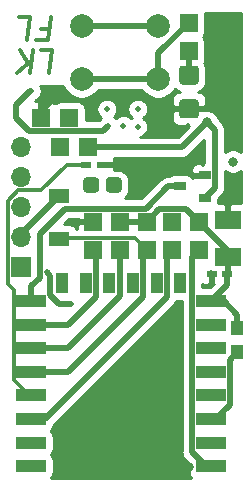
<source format=gbr>
G04 #@! TF.GenerationSoftware,KiCad,Pcbnew,(5.1.9)-1*
G04 #@! TF.CreationDate,2021-03-01T14:17:27+01:00*
G04 #@! TF.ProjectId,button timer v1.2.3_Coin_Cell[TPL5111],62757474-6f6e-4207-9469-6d6572207631,rev?*
G04 #@! TF.SameCoordinates,Original*
G04 #@! TF.FileFunction,Copper,L1,Top*
G04 #@! TF.FilePolarity,Positive*
%FSLAX46Y46*%
G04 Gerber Fmt 4.6, Leading zero omitted, Abs format (unit mm)*
G04 Created by KiCad (PCBNEW (5.1.9)-1) date 2021-03-01 14:17:27*
%MOMM*%
%LPD*%
G01*
G04 APERTURE LIST*
G04 #@! TA.AperFunction,NonConductor*
%ADD10C,0.300000*%
G04 #@! TD*
G04 #@! TA.AperFunction,SMDPad,CuDef*
%ADD11R,2.500000X1.000000*%
G04 #@! TD*
G04 #@! TA.AperFunction,SMDPad,CuDef*
%ADD12R,1.000000X1.800000*%
G04 #@! TD*
G04 #@! TA.AperFunction,SMDPad,CuDef*
%ADD13R,1.000000X0.800000*%
G04 #@! TD*
G04 #@! TA.AperFunction,SMDPad,CuDef*
%ADD14R,2.250000X1.650000*%
G04 #@! TD*
G04 #@! TA.AperFunction,SMDPad,CuDef*
%ADD15R,0.900000X0.620000*%
G04 #@! TD*
G04 #@! TA.AperFunction,SMDPad,CuDef*
%ADD16R,1.000000X1.200000*%
G04 #@! TD*
G04 #@! TA.AperFunction,SMDPad,CuDef*
%ADD17R,1.500000X1.500000*%
G04 #@! TD*
G04 #@! TA.AperFunction,SMDPad,CuDef*
%ADD18R,1.700000X1.300000*%
G04 #@! TD*
G04 #@! TA.AperFunction,ComponentPad*
%ADD19C,2.000000*%
G04 #@! TD*
G04 #@! TA.AperFunction,ComponentPad*
%ADD20O,1.700000X1.700000*%
G04 #@! TD*
G04 #@! TA.AperFunction,ComponentPad*
%ADD21R,1.700000X1.700000*%
G04 #@! TD*
G04 #@! TA.AperFunction,ViaPad*
%ADD22C,0.800000*%
G04 #@! TD*
G04 #@! TA.AperFunction,ViaPad*
%ADD23C,0.500000*%
G04 #@! TD*
G04 #@! TA.AperFunction,Conductor*
%ADD24C,0.500000*%
G04 #@! TD*
G04 #@! TA.AperFunction,Conductor*
%ADD25C,0.300000*%
G04 #@! TD*
G04 #@! TA.AperFunction,Conductor*
%ADD26C,0.254000*%
G04 #@! TD*
G04 #@! TA.AperFunction,Conductor*
%ADD27C,0.150000*%
G04 #@! TD*
G04 APERTURE END LIST*
D10*
X118917922Y-58371238D02*
X119870303Y-58371238D01*
X119620303Y-60371238D01*
X118251255Y-58371238D02*
X118001255Y-60371238D01*
X117108398Y-58371238D02*
X117822684Y-59514095D01*
X116858398Y-60371238D02*
X118144113Y-59228380D01*
X118929827Y-56624857D02*
X119596494Y-56624857D01*
X119727446Y-55577238D02*
X119477446Y-57577238D01*
X118525065Y-57577238D01*
X117060779Y-55577238D02*
X118013160Y-55577238D01*
X117763160Y-57577238D01*
D11*
G04 #@! TO.P,X1,22*
G04 #@! TO.N,/TX*
X118100000Y-93650000D03*
G04 #@! TO.P,X1,21*
G04 #@! TO.N,/RX*
X118100000Y-91650000D03*
G04 #@! TO.P,X1,20*
G04 #@! TO.N,/GPIO5*
X118100000Y-89650000D03*
G04 #@! TO.P,X1,19*
G04 #@! TO.N,/GPIO4*
X118100000Y-87650000D03*
G04 #@! TO.P,X1,18*
G04 #@! TO.N,/GPIO0*
X118100000Y-85650000D03*
G04 #@! TO.P,X1,17*
G04 #@! TO.N,/GPIO2*
X118100000Y-83650000D03*
G04 #@! TO.P,X1,16*
G04 #@! TO.N,/GPIO15*
X118100000Y-81650000D03*
G04 #@! TO.P,X1,15*
G04 #@! TO.N,/GND_ESP*
X118100000Y-79650000D03*
D12*
G04 #@! TO.P,X1,14*
G04 #@! TO.N,N/C*
X120700000Y-78150000D03*
G04 #@! TO.P,X1,13*
X122700000Y-78150000D03*
G04 #@! TO.P,X1,12*
X124700000Y-78150000D03*
G04 #@! TO.P,X1,11*
X126700000Y-78150000D03*
G04 #@! TO.P,X1,10*
X128700000Y-78150000D03*
G04 #@! TO.P,X1,9*
X130700000Y-78150000D03*
D11*
G04 #@! TO.P,X1,8*
G04 #@! TO.N,/VCC*
X133300000Y-79650000D03*
G04 #@! TO.P,X1,7*
G04 #@! TO.N,N/C*
X133300000Y-81650000D03*
G04 #@! TO.P,X1,6*
X133300000Y-83650000D03*
G04 #@! TO.P,X1,5*
X133300000Y-85650000D03*
G04 #@! TO.P,X1,4*
X133300000Y-87650000D03*
G04 #@! TO.P,X1,3*
G04 #@! TO.N,/EN*
X133300000Y-89650000D03*
G04 #@! TO.P,X1,2*
G04 #@! TO.N,N/C*
X133300000Y-91650000D03*
G04 #@! TO.P,X1,1*
G04 #@! TO.N,/RST*
X133300000Y-93650000D03*
G04 #@! TD*
D13*
G04 #@! TO.P,Q1,3*
G04 #@! TO.N,/GND_ESP*
X130675000Y-69950000D03*
G04 #@! TO.P,Q1,2*
G04 #@! TO.N,/GND*
X132775000Y-69000000D03*
G04 #@! TO.P,Q1,1*
G04 #@! TO.N,Net-(Q1-Pad1)*
X132775000Y-70900000D03*
G04 #@! TD*
G04 #@! TO.P,D2,2*
G04 #@! TO.N,Net-(D2-Pad2)*
G04 #@! TA.AperFunction,SMDPad,CuDef*
G36*
G01*
X124420000Y-70230001D02*
X124420000Y-69429999D01*
G75*
G02*
X124669999Y-69180000I249999J0D01*
G01*
X125495001Y-69180000D01*
G75*
G02*
X125745000Y-69429999I0J-249999D01*
G01*
X125745000Y-70230001D01*
G75*
G02*
X125495001Y-70480000I-249999J0D01*
G01*
X124669999Y-70480000D01*
G75*
G02*
X124420000Y-70230001I0J249999D01*
G01*
G37*
G04 #@! TD.AperFunction*
G04 #@! TO.P,D2,1*
G04 #@! TO.N,/GND*
G04 #@! TA.AperFunction,SMDPad,CuDef*
G36*
G01*
X122495000Y-70230001D02*
X122495000Y-69429999D01*
G75*
G02*
X122744999Y-69180000I249999J0D01*
G01*
X123570001Y-69180000D01*
G75*
G02*
X123820000Y-69429999I0J-249999D01*
G01*
X123820000Y-70230001D01*
G75*
G02*
X123570001Y-70480000I-249999J0D01*
G01*
X122744999Y-70480000D01*
G75*
G02*
X122495000Y-70230001I0J249999D01*
G01*
G37*
G04 #@! TD.AperFunction*
G04 #@! TD*
G04 #@! TO.P,D1,2*
G04 #@! TO.N,Net-(D1-Pad2)*
G04 #@! TA.AperFunction,SMDPad,CuDef*
G36*
G01*
X132025000Y-61335000D02*
X130875000Y-61335000D01*
G75*
G02*
X130625000Y-61085000I0J250000D01*
G01*
X130625000Y-59985000D01*
G75*
G02*
X130875000Y-59735000I250000J0D01*
G01*
X132025000Y-59735000D01*
G75*
G02*
X132275000Y-59985000I0J-250000D01*
G01*
X132275000Y-61085000D01*
G75*
G02*
X132025000Y-61335000I-250000J0D01*
G01*
G37*
G04 #@! TD.AperFunction*
G04 #@! TO.P,D1,1*
G04 #@! TO.N,/GND*
G04 #@! TA.AperFunction,SMDPad,CuDef*
G36*
G01*
X132025000Y-64185000D02*
X130875000Y-64185000D01*
G75*
G02*
X130625000Y-63935000I0J250000D01*
G01*
X130625000Y-62835000D01*
G75*
G02*
X130875000Y-62585000I250000J0D01*
G01*
X132025000Y-62585000D01*
G75*
G02*
X132275000Y-62835000I0J-250000D01*
G01*
X132275000Y-63935000D01*
G75*
G02*
X132025000Y-64185000I-250000J0D01*
G01*
G37*
G04 #@! TD.AperFunction*
G04 #@! TD*
D14*
G04 #@! TO.P,C6,2*
G04 #@! TO.N,/GND*
X134721600Y-72790720D03*
G04 #@! TO.P,C6,1*
G04 #@! TO.N,/VCC*
X134721600Y-75890720D03*
G04 #@! TD*
D15*
G04 #@! TO.P,C7,2*
G04 #@! TO.N,/GND*
X133385800Y-77378560D03*
G04 #@! TO.P,C7,1*
G04 #@! TO.N,/VCC*
X134685800Y-77378560D03*
G04 #@! TD*
D16*
G04 #@! TO.P,R10,2*
G04 #@! TO.N,/VCC*
X135525000Y-81900000D03*
G04 #@! TO.P,R10,1*
G04 #@! TO.N,/EN*
X135525000Y-84000000D03*
G04 #@! TD*
D15*
G04 #@! TO.P,C4,2*
G04 #@! TO.N,/GND*
X124050000Y-68110000D03*
G04 #@! TO.P,C4,1*
G04 #@! TO.N,/GPIO4*
X122750000Y-68110000D03*
G04 #@! TD*
D17*
G04 #@! TO.P,R4,2*
G04 #@! TO.N,/GPIO0*
X127875000Y-75350000D03*
G04 #@! TO.P,R4,1*
G04 #@! TO.N,/VCC*
X127875000Y-72950000D03*
G04 #@! TD*
G04 #@! TO.P,R9,2*
G04 #@! TO.N,/GPIO5*
X130025000Y-75375000D03*
G04 #@! TO.P,R9,1*
G04 #@! TO.N,Net-(D2-Pad2)*
X130025000Y-72975000D03*
G04 #@! TD*
G04 #@! TO.P,R8,2*
G04 #@! TO.N,Net-(R6-Pad2)*
X121310000Y-64130000D03*
G04 #@! TO.P,R8,1*
G04 #@! TO.N,/GND*
X118910000Y-64130000D03*
G04 #@! TD*
G04 #@! TO.P,R7,2*
G04 #@! TO.N,Net-(Q1-Pad1)*
X122900000Y-66640000D03*
G04 #@! TO.P,R7,1*
G04 #@! TO.N,Net-(R7-Pad1)*
X120500000Y-66640000D03*
G04 #@! TD*
G04 #@! TO.P,R6,2*
G04 #@! TO.N,Net-(R6-Pad2)*
X131410000Y-56120000D03*
G04 #@! TO.P,R6,1*
G04 #@! TO.N,Net-(D1-Pad2)*
X131410000Y-58520000D03*
G04 #@! TD*
G04 #@! TO.P,R5,2*
G04 #@! TO.N,/GPIO15*
X123325000Y-75350000D03*
G04 #@! TO.P,R5,1*
G04 #@! TO.N,/GND*
X123325000Y-72950000D03*
G04 #@! TD*
G04 #@! TO.P,R3,2*
G04 #@! TO.N,/RST*
X132257800Y-75368000D03*
G04 #@! TO.P,R3,1*
G04 #@! TO.N,/VCC*
X132257800Y-72968000D03*
G04 #@! TD*
G04 #@! TO.P,R2,2*
G04 #@! TO.N,/GPIO2*
X125625000Y-75375000D03*
G04 #@! TO.P,R2,1*
G04 #@! TO.N,/VCC*
X125625000Y-72975000D03*
G04 #@! TD*
D18*
G04 #@! TO.P,SW2,2*
G04 #@! TO.N,/GND*
X120459500Y-70730500D03*
G04 #@! TO.P,SW2,1*
G04 #@! TO.N,/GPIO0*
X120459500Y-74430500D03*
G04 #@! TD*
D19*
G04 #@! TO.P,SW1,1*
G04 #@! TO.N,Net-(BT1-Pad1)*
X128850000Y-56380000D03*
G04 #@! TO.P,SW1,2*
G04 #@! TO.N,Net-(R6-Pad2)*
X128850000Y-60880000D03*
G04 #@! TO.P,SW1,1*
G04 #@! TO.N,Net-(BT1-Pad1)*
X122350000Y-56380000D03*
G04 #@! TO.P,SW1,2*
G04 #@! TO.N,Net-(R6-Pad2)*
X122350000Y-60880000D03*
G04 #@! TD*
D20*
G04 #@! TO.P,J1,5*
G04 #@! TO.N,/RST*
X117200000Y-66640000D03*
G04 #@! TO.P,J1,4*
G04 #@! TO.N,/TX*
X117200000Y-69180000D03*
G04 #@! TO.P,J1,3*
G04 #@! TO.N,/RX*
X117200000Y-71720000D03*
G04 #@! TO.P,J1,2*
G04 #@! TO.N,/GND*
X117200000Y-74260000D03*
D21*
G04 #@! TO.P,J1,1*
G04 #@! TO.N,/VCC*
X117200000Y-76800000D03*
G04 #@! TD*
D22*
G04 #@! TO.N,/VCC*
X135175000Y-67850000D03*
X134721600Y-76053400D03*
D23*
X121500000Y-79900000D03*
X133350000Y-79650000D03*
X132400000Y-79900000D03*
X134250000Y-79650000D03*
X119400010Y-77239410D03*
G04 #@! TO.N,/GND*
X124400000Y-62000000D03*
X135100000Y-65300000D03*
X124100000Y-68100000D03*
X123100000Y-69900000D03*
X123275000Y-72925000D03*
X120325000Y-70775000D03*
X133300000Y-77300000D03*
X132800000Y-69075000D03*
D22*
X134275000Y-72775000D03*
X131425000Y-93675000D03*
X124875000Y-94050000D03*
X126050000Y-94075000D03*
X127025000Y-94125000D03*
X127025000Y-92875000D03*
X125975000Y-92875000D03*
X124800000Y-92875000D03*
X131900000Y-63775000D03*
X120400000Y-61870000D03*
D23*
X123300000Y-63000000D03*
G04 #@! TO.N,/RST*
X133300000Y-93650000D03*
X132257800Y-75368000D03*
G04 #@! TO.N,/RX*
X118000000Y-91800000D03*
G04 #@! TO.N,/TX*
X118000000Y-93700000D03*
G04 #@! TO.N,Net-(BT1-Pad1)*
X124500000Y-63400000D03*
X127100000Y-63400000D03*
X127100000Y-64900000D03*
X125900000Y-64800000D03*
X124600000Y-64800000D03*
X118100000Y-61870000D03*
G04 #@! TO.N,/GPIO4*
X122625000Y-68175000D03*
G04 #@! TO.N,Net-(D2-Pad2)*
X124875000Y-69975000D03*
X130100000Y-73200000D03*
D22*
G04 #@! TO.N,Net-(R6-Pad2)*
X121550000Y-64000000D03*
G04 #@! TO.N,Net-(R7-Pad1)*
X120200000Y-66675000D03*
G04 #@! TO.N,Net-(Q1-Pad1)*
X132975000Y-64525000D03*
D23*
G04 #@! TO.N,/GND_ESP*
X117325000Y-79675000D03*
X118825000Y-79700000D03*
X118100000Y-79650000D03*
G04 #@! TD*
D24*
G04 #@! TO.N,/VCC*
X134375000Y-79650000D02*
X134250000Y-79650000D01*
X135525000Y-80800000D02*
X134375000Y-79650000D01*
X135525000Y-81900000D02*
X135525000Y-80800000D01*
X134721600Y-77342760D02*
X134685800Y-77378560D01*
X134721600Y-75890720D02*
X134721600Y-76053400D01*
X134721600Y-75431800D02*
X132257800Y-72968000D01*
X134721600Y-75890720D02*
X134721600Y-75431800D01*
X134721600Y-76053400D02*
X134721600Y-77342760D01*
X131164799Y-71874999D02*
X128950001Y-71874999D01*
X132257800Y-72968000D02*
X131164799Y-71874999D01*
X128950001Y-71874999D02*
X127875000Y-72950000D01*
X125650000Y-72950000D02*
X125625000Y-72975000D01*
X127875000Y-72950000D02*
X125650000Y-72950000D01*
X133350000Y-79650000D02*
X133300000Y-79650000D01*
X134250000Y-79650000D02*
X133350000Y-79650000D01*
X134685800Y-78314200D02*
X133350000Y-79650000D01*
X134685800Y-77378560D02*
X134685800Y-78314200D01*
X120419998Y-79900000D02*
X119700001Y-79180003D01*
X121500000Y-79900000D02*
X120419998Y-79900000D01*
X119700001Y-79180003D02*
X119700001Y-77539401D01*
X119700001Y-77539401D02*
X119400010Y-77239410D01*
G04 #@! TO.N,/GND*
X118910000Y-64130000D02*
X118910000Y-63590000D01*
X118910000Y-63590000D02*
X120475000Y-62025000D01*
X117200000Y-73990000D02*
X120459500Y-70730500D01*
X117200000Y-74260000D02*
X117200000Y-73990000D01*
G04 #@! TO.N,/RST*
X132919998Y-93650000D02*
X133300000Y-93650000D01*
X131699999Y-92430001D02*
X132919998Y-93650000D01*
X131699999Y-75925801D02*
X131699999Y-92430001D01*
X132257800Y-75368000D02*
X131699999Y-75925801D01*
G04 #@! TO.N,/EN*
X134900001Y-88430001D02*
X133680002Y-89650000D01*
X134900001Y-84624999D02*
X134900001Y-88430001D01*
X133680002Y-89650000D02*
X133300000Y-89650000D01*
X135525000Y-84000000D02*
X134900001Y-84624999D01*
G04 #@! TO.N,/GPIO2*
X121230002Y-83650000D02*
X118100000Y-83650000D01*
X125625000Y-79255002D02*
X121230002Y-83650000D01*
X125625000Y-75375000D02*
X125625000Y-79255002D01*
G04 #@! TO.N,/GPIO0*
X121230002Y-85650000D02*
X118100000Y-85650000D01*
X127550001Y-79330001D02*
X121230002Y-85650000D01*
X127550001Y-75674999D02*
X127550001Y-79330001D01*
X127875000Y-75350000D02*
X127550001Y-75674999D01*
D25*
X126874999Y-74349999D02*
X127875000Y-75350000D01*
X120540001Y-74349999D02*
X126874999Y-74349999D01*
X120459500Y-74430500D02*
X120540001Y-74349999D01*
D24*
G04 #@! TO.N,Net-(BT1-Pad1)*
X128850000Y-56380000D02*
X122350000Y-56380000D01*
X117879999Y-65230001D02*
X116800000Y-64150002D01*
X124169999Y-65230001D02*
X117879999Y-65230001D01*
X124600000Y-64800000D02*
X124169999Y-65230001D01*
X116800000Y-64150002D02*
X116800000Y-63100000D01*
X116800000Y-63100000D02*
X118000000Y-61900000D01*
G04 #@! TO.N,/GPIO15*
X121230002Y-81650000D02*
X118100000Y-81650000D01*
X123550001Y-79330001D02*
X121230002Y-81650000D01*
X123550001Y-75575001D02*
X123550001Y-79330001D01*
X123325000Y-75350000D02*
X123550001Y-75575001D01*
D25*
G04 #@! TO.N,/GPIO4*
X117899998Y-87650000D02*
X116599999Y-86350001D01*
X116599999Y-86350001D02*
X116599999Y-78699999D01*
X118100000Y-87650000D02*
X117899998Y-87650000D01*
X121129998Y-68110000D02*
X122750000Y-68110000D01*
X118959997Y-70280001D02*
X121129998Y-68110000D01*
X117011997Y-70280001D02*
X118959997Y-70280001D01*
X116099999Y-71191999D02*
X117011997Y-70280001D01*
X116099999Y-78199999D02*
X116099999Y-71191999D01*
X116599999Y-78699999D02*
X116099999Y-78199999D01*
D24*
G04 #@! TO.N,/GPIO5*
X119230002Y-89650000D02*
X118100000Y-89650000D01*
X129550001Y-79330001D02*
X119230002Y-89650000D01*
X129550001Y-75849999D02*
X129550001Y-79330001D01*
X130025000Y-75375000D02*
X129550001Y-75849999D01*
G04 #@! TO.N,Net-(D1-Pad2)*
X131410000Y-60495000D02*
X131450000Y-60535000D01*
X131410000Y-58520000D02*
X131410000Y-60495000D01*
G04 #@! TO.N,Net-(R6-Pad2)*
X128850000Y-58680000D02*
X128850000Y-60880000D01*
X131410000Y-56120000D02*
X128850000Y-58680000D01*
X128850000Y-60880000D02*
X122350000Y-60880000D01*
G04 #@! TO.N,Net-(Q1-Pad1)*
X133625001Y-70049999D02*
X133625001Y-65175001D01*
X132775000Y-70900000D02*
X133625001Y-70049999D01*
X133625001Y-65175001D02*
X132975000Y-64525000D01*
X130860000Y-66640000D02*
X132975000Y-64525000D01*
X122900000Y-66640000D02*
X130860000Y-66640000D01*
G04 #@! TO.N,/GND_ESP*
X130675000Y-69950000D02*
X129675000Y-69950000D01*
X129675000Y-69950000D02*
X127775001Y-71849999D01*
X127775001Y-71849999D02*
X120909999Y-71849999D01*
X118160001Y-79589999D02*
X118100000Y-79650000D01*
X118100000Y-79650000D02*
X118100000Y-78400000D01*
X118100000Y-78400000D02*
X118800000Y-77700000D01*
X118800000Y-73959998D02*
X120909999Y-71849999D01*
X118800000Y-77700000D02*
X118800000Y-73959998D01*
G04 #@! TD*
D26*
G04 #@! TO.N,/GND*
X130815000Y-92386522D02*
X130810718Y-92430001D01*
X130827804Y-92603491D01*
X130878411Y-92770314D01*
X130960589Y-92924060D01*
X131043467Y-93025047D01*
X131043470Y-93025050D01*
X131071183Y-93058818D01*
X131104950Y-93086530D01*
X131411928Y-93393508D01*
X131411928Y-94150000D01*
X131424188Y-94274482D01*
X131460498Y-94394180D01*
X131519463Y-94504494D01*
X131598815Y-94601185D01*
X131625397Y-94623000D01*
X119774603Y-94623000D01*
X119801185Y-94601185D01*
X119880537Y-94504494D01*
X119939502Y-94394180D01*
X119975812Y-94274482D01*
X119988072Y-94150000D01*
X119988072Y-93150000D01*
X119975812Y-93025518D01*
X119939502Y-92905820D01*
X119880537Y-92795506D01*
X119801185Y-92698815D01*
X119741704Y-92650000D01*
X119801185Y-92601185D01*
X119880537Y-92504494D01*
X119939502Y-92394180D01*
X119975812Y-92274482D01*
X119988072Y-92150000D01*
X119988072Y-91150000D01*
X119975812Y-91025518D01*
X119939502Y-90905820D01*
X119880537Y-90795506D01*
X119801185Y-90698815D01*
X119741704Y-90650000D01*
X119801185Y-90601185D01*
X119880537Y-90504494D01*
X119939502Y-90394180D01*
X119975812Y-90274482D01*
X119988072Y-90150000D01*
X119988072Y-90143508D01*
X130145050Y-79986531D01*
X130178818Y-79958818D01*
X130211157Y-79919414D01*
X130289412Y-79824060D01*
X130362099Y-79688072D01*
X130814999Y-79688072D01*
X130815000Y-92386522D01*
G04 #@! TA.AperFunction,Conductor*
D27*
G36*
X130815000Y-92386522D02*
G01*
X130810718Y-92430001D01*
X130827804Y-92603491D01*
X130878411Y-92770314D01*
X130960589Y-92924060D01*
X131043467Y-93025047D01*
X131043470Y-93025050D01*
X131071183Y-93058818D01*
X131104950Y-93086530D01*
X131411928Y-93393508D01*
X131411928Y-94150000D01*
X131424188Y-94274482D01*
X131460498Y-94394180D01*
X131519463Y-94504494D01*
X131598815Y-94601185D01*
X131625397Y-94623000D01*
X119774603Y-94623000D01*
X119801185Y-94601185D01*
X119880537Y-94504494D01*
X119939502Y-94394180D01*
X119975812Y-94274482D01*
X119988072Y-94150000D01*
X119988072Y-93150000D01*
X119975812Y-93025518D01*
X119939502Y-92905820D01*
X119880537Y-92795506D01*
X119801185Y-92698815D01*
X119741704Y-92650000D01*
X119801185Y-92601185D01*
X119880537Y-92504494D01*
X119939502Y-92394180D01*
X119975812Y-92274482D01*
X119988072Y-92150000D01*
X119988072Y-91150000D01*
X119975812Y-91025518D01*
X119939502Y-90905820D01*
X119880537Y-90795506D01*
X119801185Y-90698815D01*
X119741704Y-90650000D01*
X119801185Y-90601185D01*
X119880537Y-90504494D01*
X119939502Y-90394180D01*
X119975812Y-90274482D01*
X119988072Y-90150000D01*
X119988072Y-90143508D01*
X130145050Y-79986531D01*
X130178818Y-79958818D01*
X130211157Y-79919414D01*
X130289412Y-79824060D01*
X130362099Y-79688072D01*
X130814999Y-79688072D01*
X130815000Y-92386522D01*
G37*
G04 #@! TD.AperFunction*
D26*
X133352420Y-77305222D02*
X133472118Y-77341532D01*
X133532800Y-77347508D01*
X133532800Y-77505560D01*
X133512800Y-77505560D01*
X133512800Y-78164810D01*
X133548206Y-78200216D01*
X133236494Y-78511928D01*
X132584999Y-78511928D01*
X132584999Y-78221071D01*
X132691620Y-78278062D01*
X132811318Y-78314372D01*
X132935800Y-78326632D01*
X133100050Y-78323560D01*
X133258800Y-78164810D01*
X133258800Y-77505560D01*
X133238800Y-77505560D01*
X133238800Y-77251560D01*
X133252027Y-77251560D01*
X133352420Y-77305222D01*
G04 #@! TA.AperFunction,Conductor*
D27*
G36*
X133352420Y-77305222D02*
G01*
X133472118Y-77341532D01*
X133532800Y-77347508D01*
X133532800Y-77505560D01*
X133512800Y-77505560D01*
X133512800Y-78164810D01*
X133548206Y-78200216D01*
X133236494Y-78511928D01*
X132584999Y-78511928D01*
X132584999Y-78221071D01*
X132691620Y-78278062D01*
X132811318Y-78314372D01*
X132935800Y-78326632D01*
X133100050Y-78323560D01*
X133258800Y-78164810D01*
X133258800Y-77505560D01*
X133238800Y-77505560D01*
X133238800Y-77251560D01*
X133252027Y-77251560D01*
X133352420Y-77305222D01*
G37*
G04 #@! TD.AperFunction*
D26*
X117327000Y-74133000D02*
X117347000Y-74133000D01*
X117347000Y-74387000D01*
X117327000Y-74387000D01*
X117327000Y-74407000D01*
X117073000Y-74407000D01*
X117073000Y-74387000D01*
X117053000Y-74387000D01*
X117053000Y-74133000D01*
X117073000Y-74133000D01*
X117073000Y-74113000D01*
X117327000Y-74113000D01*
X117327000Y-74133000D01*
G04 #@! TA.AperFunction,Conductor*
D27*
G36*
X117327000Y-74133000D02*
G01*
X117347000Y-74133000D01*
X117347000Y-74387000D01*
X117327000Y-74387000D01*
X117327000Y-74407000D01*
X117073000Y-74407000D01*
X117073000Y-74387000D01*
X117053000Y-74387000D01*
X117053000Y-74133000D01*
X117073000Y-74133000D01*
X117073000Y-74113000D01*
X117327000Y-74113000D01*
X117327000Y-74133000D01*
G37*
G04 #@! TD.AperFunction*
D26*
X122098750Y-72823000D02*
X123198000Y-72823000D01*
X123198000Y-72803000D01*
X123452000Y-72803000D01*
X123452000Y-72823000D01*
X123472000Y-72823000D01*
X123472000Y-73077000D01*
X123452000Y-73077000D01*
X123452000Y-73097000D01*
X123198000Y-73097000D01*
X123198000Y-73077000D01*
X122098750Y-73077000D01*
X121940000Y-73235750D01*
X121937821Y-73564999D01*
X121907702Y-73564999D01*
X121899002Y-73536320D01*
X121840037Y-73426006D01*
X121760685Y-73329315D01*
X121663994Y-73249963D01*
X121553680Y-73190998D01*
X121433982Y-73154688D01*
X121309500Y-73142428D01*
X120869149Y-73142428D01*
X121276578Y-72734999D01*
X122010749Y-72734999D01*
X122098750Y-72823000D01*
G04 #@! TA.AperFunction,Conductor*
D27*
G36*
X122098750Y-72823000D02*
G01*
X123198000Y-72823000D01*
X123198000Y-72803000D01*
X123452000Y-72803000D01*
X123452000Y-72823000D01*
X123472000Y-72823000D01*
X123472000Y-73077000D01*
X123452000Y-73077000D01*
X123452000Y-73097000D01*
X123198000Y-73097000D01*
X123198000Y-73077000D01*
X122098750Y-73077000D01*
X121940000Y-73235750D01*
X121937821Y-73564999D01*
X121907702Y-73564999D01*
X121899002Y-73536320D01*
X121840037Y-73426006D01*
X121760685Y-73329315D01*
X121663994Y-73249963D01*
X121553680Y-73190998D01*
X121433982Y-73154688D01*
X121309500Y-73142428D01*
X120869149Y-73142428D01*
X121276578Y-72734999D01*
X122010749Y-72734999D01*
X122098750Y-72823000D01*
G37*
G04 #@! TD.AperFunction*
D26*
X135840001Y-71327672D02*
X135007350Y-71330720D01*
X134848600Y-71489470D01*
X134848600Y-72663720D01*
X134868600Y-72663720D01*
X134868600Y-72917720D01*
X134848600Y-72917720D01*
X134848600Y-72937720D01*
X134594600Y-72937720D01*
X134594600Y-72917720D01*
X134574600Y-72917720D01*
X134574600Y-72663720D01*
X134594600Y-72663720D01*
X134594600Y-71489470D01*
X134435850Y-71330720D01*
X133910236Y-71328796D01*
X133913072Y-71300000D01*
X133913072Y-71013507D01*
X134220051Y-70706528D01*
X134253818Y-70678816D01*
X134364412Y-70544058D01*
X134446590Y-70390312D01*
X134497196Y-70223489D01*
X134510001Y-70093476D01*
X134510001Y-70093468D01*
X134514282Y-70049999D01*
X134510001Y-70006530D01*
X134510001Y-68648712D01*
X134515226Y-68653937D01*
X134684744Y-68767205D01*
X134873102Y-68845226D01*
X135073061Y-68885000D01*
X135276939Y-68885000D01*
X135476898Y-68845226D01*
X135665256Y-68767205D01*
X135834774Y-68653937D01*
X135840001Y-68648710D01*
X135840001Y-71327672D01*
G04 #@! TA.AperFunction,Conductor*
D27*
G36*
X135840001Y-71327672D02*
G01*
X135007350Y-71330720D01*
X134848600Y-71489470D01*
X134848600Y-72663720D01*
X134868600Y-72663720D01*
X134868600Y-72917720D01*
X134848600Y-72917720D01*
X134848600Y-72937720D01*
X134594600Y-72937720D01*
X134594600Y-72917720D01*
X134574600Y-72917720D01*
X134574600Y-72663720D01*
X134594600Y-72663720D01*
X134594600Y-71489470D01*
X134435850Y-71330720D01*
X133910236Y-71328796D01*
X133913072Y-71300000D01*
X133913072Y-71013507D01*
X134220051Y-70706528D01*
X134253818Y-70678816D01*
X134364412Y-70544058D01*
X134446590Y-70390312D01*
X134497196Y-70223489D01*
X134510001Y-70093476D01*
X134510001Y-70093468D01*
X134514282Y-70049999D01*
X134510001Y-70006530D01*
X134510001Y-68648712D01*
X134515226Y-68653937D01*
X134684744Y-68767205D01*
X134873102Y-68845226D01*
X135073061Y-68885000D01*
X135276939Y-68885000D01*
X135476898Y-68845226D01*
X135665256Y-68767205D01*
X135834774Y-68653937D01*
X135840001Y-68648710D01*
X135840001Y-71327672D01*
G37*
G04 #@! TD.AperFunction*
D26*
X132740001Y-67965000D02*
X132647998Y-67965000D01*
X132647998Y-68123748D01*
X132489250Y-67965000D01*
X132275000Y-67961928D01*
X132150518Y-67974188D01*
X132030820Y-68010498D01*
X131920506Y-68069463D01*
X131823815Y-68148815D01*
X131744463Y-68245506D01*
X131685498Y-68355820D01*
X131649188Y-68475518D01*
X131636928Y-68600000D01*
X131640000Y-68714250D01*
X131798750Y-68873000D01*
X132648000Y-68873000D01*
X132648000Y-68853000D01*
X132740001Y-68853000D01*
X132740001Y-69147000D01*
X132648000Y-69147000D01*
X132648000Y-69127000D01*
X131798750Y-69127000D01*
X131714143Y-69211607D01*
X131705537Y-69195506D01*
X131626185Y-69098815D01*
X131529494Y-69019463D01*
X131419180Y-68960498D01*
X131299482Y-68924188D01*
X131175000Y-68911928D01*
X130175000Y-68911928D01*
X130050518Y-68924188D01*
X129930820Y-68960498D01*
X129820506Y-69019463D01*
X129765019Y-69065000D01*
X129718465Y-69065000D01*
X129674999Y-69060719D01*
X129631533Y-69065000D01*
X129631523Y-69065000D01*
X129501510Y-69077805D01*
X129334687Y-69128411D01*
X129180941Y-69210589D01*
X129180939Y-69210590D01*
X129180940Y-69210590D01*
X129079953Y-69293468D01*
X129079951Y-69293470D01*
X129046183Y-69321183D01*
X129018470Y-69354951D01*
X127408423Y-70964999D01*
X125992537Y-70964999D01*
X126122962Y-70857962D01*
X126233405Y-70723387D01*
X126315472Y-70569851D01*
X126366008Y-70403255D01*
X126383072Y-70230001D01*
X126383072Y-69429999D01*
X126366008Y-69256745D01*
X126315472Y-69090149D01*
X126233405Y-68936613D01*
X126122962Y-68802038D01*
X125988387Y-68691595D01*
X125834851Y-68609528D01*
X125668255Y-68558992D01*
X125495001Y-68541928D01*
X125126064Y-68541928D01*
X125138072Y-68420000D01*
X125135000Y-68395750D01*
X124976250Y-68237000D01*
X124177000Y-68237000D01*
X124177000Y-68257000D01*
X123923000Y-68257000D01*
X123923000Y-68237000D01*
X123903000Y-68237000D01*
X123903000Y-67983000D01*
X123923000Y-67983000D01*
X123923000Y-67964097D01*
X123925052Y-67963000D01*
X124177000Y-67963000D01*
X124177000Y-67983000D01*
X124976250Y-67983000D01*
X125135000Y-67824250D01*
X125138072Y-67800000D01*
X125125812Y-67675518D01*
X125089502Y-67555820D01*
X125073028Y-67525000D01*
X130816531Y-67525000D01*
X130860000Y-67529281D01*
X130903469Y-67525000D01*
X130903477Y-67525000D01*
X131033490Y-67512195D01*
X131200313Y-67461589D01*
X131354059Y-67379411D01*
X131488817Y-67268817D01*
X131516534Y-67235044D01*
X132740002Y-66011577D01*
X132740001Y-67965000D01*
G04 #@! TA.AperFunction,Conductor*
D27*
G36*
X132740001Y-67965000D02*
G01*
X132647998Y-67965000D01*
X132647998Y-68123748D01*
X132489250Y-67965000D01*
X132275000Y-67961928D01*
X132150518Y-67974188D01*
X132030820Y-68010498D01*
X131920506Y-68069463D01*
X131823815Y-68148815D01*
X131744463Y-68245506D01*
X131685498Y-68355820D01*
X131649188Y-68475518D01*
X131636928Y-68600000D01*
X131640000Y-68714250D01*
X131798750Y-68873000D01*
X132648000Y-68873000D01*
X132648000Y-68853000D01*
X132740001Y-68853000D01*
X132740001Y-69147000D01*
X132648000Y-69147000D01*
X132648000Y-69127000D01*
X131798750Y-69127000D01*
X131714143Y-69211607D01*
X131705537Y-69195506D01*
X131626185Y-69098815D01*
X131529494Y-69019463D01*
X131419180Y-68960498D01*
X131299482Y-68924188D01*
X131175000Y-68911928D01*
X130175000Y-68911928D01*
X130050518Y-68924188D01*
X129930820Y-68960498D01*
X129820506Y-69019463D01*
X129765019Y-69065000D01*
X129718465Y-69065000D01*
X129674999Y-69060719D01*
X129631533Y-69065000D01*
X129631523Y-69065000D01*
X129501510Y-69077805D01*
X129334687Y-69128411D01*
X129180941Y-69210589D01*
X129180939Y-69210590D01*
X129180940Y-69210590D01*
X129079953Y-69293468D01*
X129079951Y-69293470D01*
X129046183Y-69321183D01*
X129018470Y-69354951D01*
X127408423Y-70964999D01*
X125992537Y-70964999D01*
X126122962Y-70857962D01*
X126233405Y-70723387D01*
X126315472Y-70569851D01*
X126366008Y-70403255D01*
X126383072Y-70230001D01*
X126383072Y-69429999D01*
X126366008Y-69256745D01*
X126315472Y-69090149D01*
X126233405Y-68936613D01*
X126122962Y-68802038D01*
X125988387Y-68691595D01*
X125834851Y-68609528D01*
X125668255Y-68558992D01*
X125495001Y-68541928D01*
X125126064Y-68541928D01*
X125138072Y-68420000D01*
X125135000Y-68395750D01*
X124976250Y-68237000D01*
X124177000Y-68237000D01*
X124177000Y-68257000D01*
X123923000Y-68257000D01*
X123923000Y-68237000D01*
X123903000Y-68237000D01*
X123903000Y-67983000D01*
X123923000Y-67983000D01*
X123923000Y-67964097D01*
X123925052Y-67963000D01*
X124177000Y-67963000D01*
X124177000Y-67983000D01*
X124976250Y-67983000D01*
X125135000Y-67824250D01*
X125138072Y-67800000D01*
X125125812Y-67675518D01*
X125089502Y-67555820D01*
X125073028Y-67525000D01*
X130816531Y-67525000D01*
X130860000Y-67529281D01*
X130903469Y-67525000D01*
X130903477Y-67525000D01*
X131033490Y-67512195D01*
X131200313Y-67461589D01*
X131354059Y-67379411D01*
X131488817Y-67268817D01*
X131516534Y-67235044D01*
X132740002Y-66011577D01*
X132740001Y-67965000D01*
G37*
G04 #@! TD.AperFunction*
D26*
X120586500Y-70603500D02*
X120606500Y-70603500D01*
X120606500Y-70857500D01*
X120586500Y-70857500D01*
X120586500Y-70877500D01*
X120332500Y-70877500D01*
X120332500Y-70857500D01*
X120312500Y-70857500D01*
X120312500Y-70603500D01*
X120332500Y-70603500D01*
X120332500Y-70583500D01*
X120586500Y-70583500D01*
X120586500Y-70603500D01*
G04 #@! TA.AperFunction,Conductor*
D27*
G36*
X120586500Y-70603500D02*
G01*
X120606500Y-70603500D01*
X120606500Y-70857500D01*
X120586500Y-70857500D01*
X120586500Y-70877500D01*
X120332500Y-70877500D01*
X120332500Y-70857500D01*
X120312500Y-70857500D01*
X120312500Y-70603500D01*
X120332500Y-70603500D01*
X120332500Y-70583500D01*
X120586500Y-70583500D01*
X120586500Y-70603500D01*
G37*
G04 #@! TD.AperFunction*
D26*
X123284500Y-69703000D02*
X123304500Y-69703000D01*
X123304500Y-69957000D01*
X123284500Y-69957000D01*
X123284500Y-69977000D01*
X123030500Y-69977000D01*
X123030500Y-69957000D01*
X123010500Y-69957000D01*
X123010500Y-69703000D01*
X123030500Y-69703000D01*
X123030500Y-69683000D01*
X123284500Y-69683000D01*
X123284500Y-69703000D01*
G04 #@! TA.AperFunction,Conductor*
D27*
G36*
X123284500Y-69703000D02*
G01*
X123304500Y-69703000D01*
X123304500Y-69957000D01*
X123284500Y-69957000D01*
X123284500Y-69977000D01*
X123030500Y-69977000D01*
X123030500Y-69957000D01*
X123010500Y-69957000D01*
X123010500Y-69703000D01*
X123030500Y-69703000D01*
X123030500Y-69683000D01*
X123284500Y-69683000D01*
X123284500Y-69703000D01*
G37*
G04 #@! TD.AperFunction*
D26*
X135840001Y-67051290D02*
X135834774Y-67046063D01*
X135665256Y-66932795D01*
X135476898Y-66854774D01*
X135276939Y-66815000D01*
X135073061Y-66815000D01*
X134873102Y-66854774D01*
X134684744Y-66932795D01*
X134515226Y-67046063D01*
X134510001Y-67051288D01*
X134510001Y-65218466D01*
X134514282Y-65175000D01*
X134510001Y-65131534D01*
X134510001Y-65131524D01*
X134497196Y-65001511D01*
X134446590Y-64834688D01*
X134364412Y-64680942D01*
X134334144Y-64644061D01*
X134281533Y-64579954D01*
X134281531Y-64579952D01*
X134253818Y-64546184D01*
X134220050Y-64518471D01*
X133981535Y-64279956D01*
X133970226Y-64223102D01*
X133892205Y-64034744D01*
X133778937Y-63865226D01*
X133634774Y-63721063D01*
X133465256Y-63607795D01*
X133276898Y-63529774D01*
X133076939Y-63490000D01*
X132873061Y-63490000D01*
X132753110Y-63513860D01*
X132751250Y-63512000D01*
X131577000Y-63512000D01*
X131577000Y-63532000D01*
X131323000Y-63532000D01*
X131323000Y-63512000D01*
X130148750Y-63512000D01*
X129990000Y-63670750D01*
X129986928Y-64185000D01*
X129999188Y-64309482D01*
X130035498Y-64429180D01*
X130094463Y-64539494D01*
X130173815Y-64636185D01*
X130270506Y-64715537D01*
X130380820Y-64774502D01*
X130500518Y-64810812D01*
X130625000Y-64823072D01*
X131164250Y-64820000D01*
X131322998Y-64661252D01*
X131322998Y-64820000D01*
X131428422Y-64820000D01*
X130493422Y-65755000D01*
X127337985Y-65755000D01*
X127358145Y-65750990D01*
X127519205Y-65684277D01*
X127664155Y-65587424D01*
X127787424Y-65464155D01*
X127884277Y-65319205D01*
X127950990Y-65158145D01*
X127985000Y-64987165D01*
X127985000Y-64812835D01*
X127950990Y-64641855D01*
X127884277Y-64480795D01*
X127787424Y-64335845D01*
X127664155Y-64212576D01*
X127570504Y-64150000D01*
X127664155Y-64087424D01*
X127787424Y-63964155D01*
X127884277Y-63819205D01*
X127950990Y-63658145D01*
X127985000Y-63487165D01*
X127985000Y-63312835D01*
X127950990Y-63141855D01*
X127884277Y-62980795D01*
X127787424Y-62835845D01*
X127664155Y-62712576D01*
X127519205Y-62615723D01*
X127358145Y-62549010D01*
X127187165Y-62515000D01*
X127012835Y-62515000D01*
X126841855Y-62549010D01*
X126680795Y-62615723D01*
X126535845Y-62712576D01*
X126412576Y-62835845D01*
X126315723Y-62980795D01*
X126249010Y-63141855D01*
X126215000Y-63312835D01*
X126215000Y-63487165D01*
X126249010Y-63658145D01*
X126315723Y-63819205D01*
X126412576Y-63964155D01*
X126535845Y-64087424D01*
X126629496Y-64150000D01*
X126552816Y-64201237D01*
X126464155Y-64112576D01*
X126319205Y-64015723D01*
X126158145Y-63949010D01*
X125987165Y-63915000D01*
X125812835Y-63915000D01*
X125641855Y-63949010D01*
X125480795Y-64015723D01*
X125335845Y-64112576D01*
X125250643Y-64197778D01*
X125228817Y-64171183D01*
X125195052Y-64143473D01*
X125164155Y-64112576D01*
X125127820Y-64088298D01*
X125094058Y-64060590D01*
X125092058Y-64059521D01*
X125187424Y-63964155D01*
X125284277Y-63819205D01*
X125350990Y-63658145D01*
X125385000Y-63487165D01*
X125385000Y-63312835D01*
X125350990Y-63141855D01*
X125284277Y-62980795D01*
X125187424Y-62835845D01*
X125064155Y-62712576D01*
X124919205Y-62615723D01*
X124758145Y-62549010D01*
X124587165Y-62515000D01*
X124412835Y-62515000D01*
X124241855Y-62549010D01*
X124080795Y-62615723D01*
X123935845Y-62712576D01*
X123812576Y-62835845D01*
X123715723Y-62980795D01*
X123649010Y-63141855D01*
X123615000Y-63312835D01*
X123615000Y-63487165D01*
X123649010Y-63658145D01*
X123715723Y-63819205D01*
X123812576Y-63964155D01*
X123935845Y-64087424D01*
X124010868Y-64137553D01*
X123912576Y-64235845D01*
X123912574Y-64235848D01*
X123803421Y-64345001D01*
X122698072Y-64345001D01*
X122698072Y-63380000D01*
X122685812Y-63255518D01*
X122649502Y-63135820D01*
X122590537Y-63025506D01*
X122511185Y-62928815D01*
X122414494Y-62849463D01*
X122304180Y-62790498D01*
X122184482Y-62754188D01*
X122060000Y-62741928D01*
X120560000Y-62741928D01*
X120435518Y-62754188D01*
X120315820Y-62790498D01*
X120205506Y-62849463D01*
X120110000Y-62927842D01*
X120014494Y-62849463D01*
X119904180Y-62790498D01*
X119784482Y-62754188D01*
X119660000Y-62741928D01*
X119195750Y-62745000D01*
X119037000Y-62903750D01*
X119037000Y-64003000D01*
X119057000Y-64003000D01*
X119057000Y-64257000D01*
X119037000Y-64257000D01*
X119037000Y-64277000D01*
X118783000Y-64277000D01*
X118783000Y-64257000D01*
X118763000Y-64257000D01*
X118763000Y-64003000D01*
X118783000Y-64003000D01*
X118783000Y-62903750D01*
X118624250Y-62745000D01*
X118408010Y-62743569D01*
X118481814Y-62669765D01*
X118519205Y-62654277D01*
X118664155Y-62557424D01*
X118787424Y-62434155D01*
X118884277Y-62289205D01*
X118950990Y-62128145D01*
X118985000Y-61957165D01*
X118985000Y-61782835D01*
X118950990Y-61611855D01*
X118884277Y-61450795D01*
X118867709Y-61426000D01*
X120806449Y-61426000D01*
X120901082Y-61654463D01*
X121080013Y-61922252D01*
X121307748Y-62149987D01*
X121575537Y-62328918D01*
X121873088Y-62452168D01*
X122188967Y-62515000D01*
X122511033Y-62515000D01*
X122826912Y-62452168D01*
X123124463Y-62328918D01*
X123392252Y-62149987D01*
X123619987Y-61922252D01*
X123725059Y-61765000D01*
X127474941Y-61765000D01*
X127580013Y-61922252D01*
X127807748Y-62149987D01*
X128075537Y-62328918D01*
X128373088Y-62452168D01*
X128688967Y-62515000D01*
X129011033Y-62515000D01*
X129326912Y-62452168D01*
X129624463Y-62328918D01*
X129892252Y-62149987D01*
X130119987Y-61922252D01*
X130255300Y-61719742D01*
X130381614Y-61823405D01*
X130535150Y-61905472D01*
X130672709Y-61947200D01*
X130625000Y-61946928D01*
X130500518Y-61959188D01*
X130380820Y-61995498D01*
X130270506Y-62054463D01*
X130173815Y-62133815D01*
X130094463Y-62230506D01*
X130035498Y-62340820D01*
X129999188Y-62460518D01*
X129986928Y-62585000D01*
X129990000Y-63099250D01*
X130148750Y-63258000D01*
X131323000Y-63258000D01*
X131323000Y-63238000D01*
X131577000Y-63238000D01*
X131577000Y-63258000D01*
X132751250Y-63258000D01*
X132910000Y-63099250D01*
X132913072Y-62585000D01*
X132900812Y-62460518D01*
X132864502Y-62340820D01*
X132805537Y-62230506D01*
X132726185Y-62133815D01*
X132629494Y-62054463D01*
X132519180Y-61995498D01*
X132399482Y-61959188D01*
X132275000Y-61946928D01*
X132227291Y-61947200D01*
X132364850Y-61905472D01*
X132518386Y-61823405D01*
X132652962Y-61712962D01*
X132763405Y-61578386D01*
X132845472Y-61424850D01*
X132896008Y-61258254D01*
X132913072Y-61085000D01*
X132913072Y-59985000D01*
X132896008Y-59811746D01*
X132845472Y-59645150D01*
X132763405Y-59491614D01*
X132758252Y-59485335D01*
X132785812Y-59394482D01*
X132798072Y-59270000D01*
X132798072Y-57770000D01*
X132785812Y-57645518D01*
X132749502Y-57525820D01*
X132690537Y-57415506D01*
X132612158Y-57320000D01*
X132690537Y-57224494D01*
X132749502Y-57114180D01*
X132785812Y-56994482D01*
X132798072Y-56870000D01*
X132798072Y-55370000D01*
X132785812Y-55245518D01*
X132781560Y-55231500D01*
X135840000Y-55231500D01*
X135840001Y-67051290D01*
G04 #@! TA.AperFunction,Conductor*
D27*
G36*
X135840001Y-67051290D02*
G01*
X135834774Y-67046063D01*
X135665256Y-66932795D01*
X135476898Y-66854774D01*
X135276939Y-66815000D01*
X135073061Y-66815000D01*
X134873102Y-66854774D01*
X134684744Y-66932795D01*
X134515226Y-67046063D01*
X134510001Y-67051288D01*
X134510001Y-65218466D01*
X134514282Y-65175000D01*
X134510001Y-65131534D01*
X134510001Y-65131524D01*
X134497196Y-65001511D01*
X134446590Y-64834688D01*
X134364412Y-64680942D01*
X134334144Y-64644061D01*
X134281533Y-64579954D01*
X134281531Y-64579952D01*
X134253818Y-64546184D01*
X134220050Y-64518471D01*
X133981535Y-64279956D01*
X133970226Y-64223102D01*
X133892205Y-64034744D01*
X133778937Y-63865226D01*
X133634774Y-63721063D01*
X133465256Y-63607795D01*
X133276898Y-63529774D01*
X133076939Y-63490000D01*
X132873061Y-63490000D01*
X132753110Y-63513860D01*
X132751250Y-63512000D01*
X131577000Y-63512000D01*
X131577000Y-63532000D01*
X131323000Y-63532000D01*
X131323000Y-63512000D01*
X130148750Y-63512000D01*
X129990000Y-63670750D01*
X129986928Y-64185000D01*
X129999188Y-64309482D01*
X130035498Y-64429180D01*
X130094463Y-64539494D01*
X130173815Y-64636185D01*
X130270506Y-64715537D01*
X130380820Y-64774502D01*
X130500518Y-64810812D01*
X130625000Y-64823072D01*
X131164250Y-64820000D01*
X131322998Y-64661252D01*
X131322998Y-64820000D01*
X131428422Y-64820000D01*
X130493422Y-65755000D01*
X127337985Y-65755000D01*
X127358145Y-65750990D01*
X127519205Y-65684277D01*
X127664155Y-65587424D01*
X127787424Y-65464155D01*
X127884277Y-65319205D01*
X127950990Y-65158145D01*
X127985000Y-64987165D01*
X127985000Y-64812835D01*
X127950990Y-64641855D01*
X127884277Y-64480795D01*
X127787424Y-64335845D01*
X127664155Y-64212576D01*
X127570504Y-64150000D01*
X127664155Y-64087424D01*
X127787424Y-63964155D01*
X127884277Y-63819205D01*
X127950990Y-63658145D01*
X127985000Y-63487165D01*
X127985000Y-63312835D01*
X127950990Y-63141855D01*
X127884277Y-62980795D01*
X127787424Y-62835845D01*
X127664155Y-62712576D01*
X127519205Y-62615723D01*
X127358145Y-62549010D01*
X127187165Y-62515000D01*
X127012835Y-62515000D01*
X126841855Y-62549010D01*
X126680795Y-62615723D01*
X126535845Y-62712576D01*
X126412576Y-62835845D01*
X126315723Y-62980795D01*
X126249010Y-63141855D01*
X126215000Y-63312835D01*
X126215000Y-63487165D01*
X126249010Y-63658145D01*
X126315723Y-63819205D01*
X126412576Y-63964155D01*
X126535845Y-64087424D01*
X126629496Y-64150000D01*
X126552816Y-64201237D01*
X126464155Y-64112576D01*
X126319205Y-64015723D01*
X126158145Y-63949010D01*
X125987165Y-63915000D01*
X125812835Y-63915000D01*
X125641855Y-63949010D01*
X125480795Y-64015723D01*
X125335845Y-64112576D01*
X125250643Y-64197778D01*
X125228817Y-64171183D01*
X125195052Y-64143473D01*
X125164155Y-64112576D01*
X125127820Y-64088298D01*
X125094058Y-64060590D01*
X125092058Y-64059521D01*
X125187424Y-63964155D01*
X125284277Y-63819205D01*
X125350990Y-63658145D01*
X125385000Y-63487165D01*
X125385000Y-63312835D01*
X125350990Y-63141855D01*
X125284277Y-62980795D01*
X125187424Y-62835845D01*
X125064155Y-62712576D01*
X124919205Y-62615723D01*
X124758145Y-62549010D01*
X124587165Y-62515000D01*
X124412835Y-62515000D01*
X124241855Y-62549010D01*
X124080795Y-62615723D01*
X123935845Y-62712576D01*
X123812576Y-62835845D01*
X123715723Y-62980795D01*
X123649010Y-63141855D01*
X123615000Y-63312835D01*
X123615000Y-63487165D01*
X123649010Y-63658145D01*
X123715723Y-63819205D01*
X123812576Y-63964155D01*
X123935845Y-64087424D01*
X124010868Y-64137553D01*
X123912576Y-64235845D01*
X123912574Y-64235848D01*
X123803421Y-64345001D01*
X122698072Y-64345001D01*
X122698072Y-63380000D01*
X122685812Y-63255518D01*
X122649502Y-63135820D01*
X122590537Y-63025506D01*
X122511185Y-62928815D01*
X122414494Y-62849463D01*
X122304180Y-62790498D01*
X122184482Y-62754188D01*
X122060000Y-62741928D01*
X120560000Y-62741928D01*
X120435518Y-62754188D01*
X120315820Y-62790498D01*
X120205506Y-62849463D01*
X120110000Y-62927842D01*
X120014494Y-62849463D01*
X119904180Y-62790498D01*
X119784482Y-62754188D01*
X119660000Y-62741928D01*
X119195750Y-62745000D01*
X119037000Y-62903750D01*
X119037000Y-64003000D01*
X119057000Y-64003000D01*
X119057000Y-64257000D01*
X119037000Y-64257000D01*
X119037000Y-64277000D01*
X118783000Y-64277000D01*
X118783000Y-64257000D01*
X118763000Y-64257000D01*
X118763000Y-64003000D01*
X118783000Y-64003000D01*
X118783000Y-62903750D01*
X118624250Y-62745000D01*
X118408010Y-62743569D01*
X118481814Y-62669765D01*
X118519205Y-62654277D01*
X118664155Y-62557424D01*
X118787424Y-62434155D01*
X118884277Y-62289205D01*
X118950990Y-62128145D01*
X118985000Y-61957165D01*
X118985000Y-61782835D01*
X118950990Y-61611855D01*
X118884277Y-61450795D01*
X118867709Y-61426000D01*
X120806449Y-61426000D01*
X120901082Y-61654463D01*
X121080013Y-61922252D01*
X121307748Y-62149987D01*
X121575537Y-62328918D01*
X121873088Y-62452168D01*
X122188967Y-62515000D01*
X122511033Y-62515000D01*
X122826912Y-62452168D01*
X123124463Y-62328918D01*
X123392252Y-62149987D01*
X123619987Y-61922252D01*
X123725059Y-61765000D01*
X127474941Y-61765000D01*
X127580013Y-61922252D01*
X127807748Y-62149987D01*
X128075537Y-62328918D01*
X128373088Y-62452168D01*
X128688967Y-62515000D01*
X129011033Y-62515000D01*
X129326912Y-62452168D01*
X129624463Y-62328918D01*
X129892252Y-62149987D01*
X130119987Y-61922252D01*
X130255300Y-61719742D01*
X130381614Y-61823405D01*
X130535150Y-61905472D01*
X130672709Y-61947200D01*
X130625000Y-61946928D01*
X130500518Y-61959188D01*
X130380820Y-61995498D01*
X130270506Y-62054463D01*
X130173815Y-62133815D01*
X130094463Y-62230506D01*
X130035498Y-62340820D01*
X129999188Y-62460518D01*
X129986928Y-62585000D01*
X129990000Y-63099250D01*
X130148750Y-63258000D01*
X131323000Y-63258000D01*
X131323000Y-63238000D01*
X131577000Y-63238000D01*
X131577000Y-63258000D01*
X132751250Y-63258000D01*
X132910000Y-63099250D01*
X132913072Y-62585000D01*
X132900812Y-62460518D01*
X132864502Y-62340820D01*
X132805537Y-62230506D01*
X132726185Y-62133815D01*
X132629494Y-62054463D01*
X132519180Y-61995498D01*
X132399482Y-61959188D01*
X132275000Y-61946928D01*
X132227291Y-61947200D01*
X132364850Y-61905472D01*
X132518386Y-61823405D01*
X132652962Y-61712962D01*
X132763405Y-61578386D01*
X132845472Y-61424850D01*
X132896008Y-61258254D01*
X132913072Y-61085000D01*
X132913072Y-59985000D01*
X132896008Y-59811746D01*
X132845472Y-59645150D01*
X132763405Y-59491614D01*
X132758252Y-59485335D01*
X132785812Y-59394482D01*
X132798072Y-59270000D01*
X132798072Y-57770000D01*
X132785812Y-57645518D01*
X132749502Y-57525820D01*
X132690537Y-57415506D01*
X132612158Y-57320000D01*
X132690537Y-57224494D01*
X132749502Y-57114180D01*
X132785812Y-56994482D01*
X132798072Y-56870000D01*
X132798072Y-55370000D01*
X132785812Y-55245518D01*
X132781560Y-55231500D01*
X135840000Y-55231500D01*
X135840001Y-67051290D01*
G37*
G04 #@! TD.AperFunction*
G04 #@! TD*
M02*

</source>
